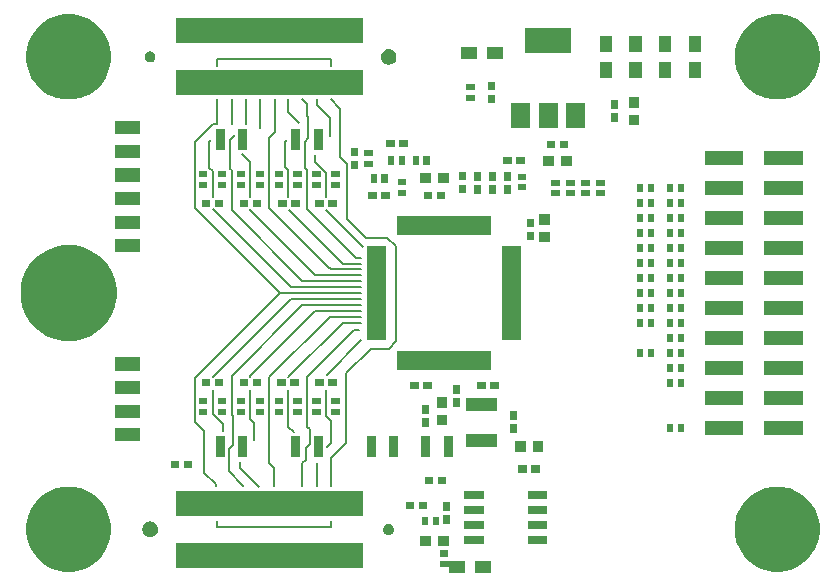
<source format=gts>
From e1753aa3e0994796d0db7c77f835b1439eb1f3e5 Mon Sep 17 00:00:00 2001
From: jaseg <git-bigdata-wsl-arch@jaseg.de>
Date: Wed, 17 Feb 2021 20:05:32 +0100
Subject: v0.3

---
 .../gerber.out/frontend_board-F.Mask.gts           | 2814 --------------------
 1 file changed, 2814 deletions(-)
 delete mode 100644 frontend_board/gerber.out/frontend_board-F.Mask.gts

(limited to 'frontend_board/gerber.out/frontend_board-F.Mask.gts')

diff --git a/frontend_board/gerber.out/frontend_board-F.Mask.gts b/frontend_board/gerber.out/frontend_board-F.Mask.gts
deleted file mode 100644
index 2a5d58d..0000000
--- a/frontend_board/gerber.out/frontend_board-F.Mask.gts
+++ /dev/null
@@ -1,2814 +0,0 @@
-G04 #@! TF.GenerationSoftware,KiCad,Pcbnew,(5.0.1)*
-G04 #@! TF.CreationDate,2018-11-27T11:23:15+09:00*
-G04 #@! TF.ProjectId,frontend_board,66726F6E74656E645F626F6172642E6B,rev?*
-G04 #@! TF.SameCoordinates,Original*
-G04 #@! TF.FileFunction,Soldermask,Top*
-G04 #@! TF.FilePolarity,Negative*
-%FSLAX46Y46*%
-G04 Gerber Fmt 4.6, Leading zero omitted, Abs format (unit mm)*
-G04 Created by KiCad (PCBNEW (5.0.1)) date Tue Nov 27 11:23:15 2018*
-%MOMM*%
-%LPD*%
-G01*
-G04 APERTURE LIST*
-%ADD10C,0.200000*%
-%ADD11C,0.100000*%
-G04 APERTURE END LIST*
-D10*
-X138600000Y-108600000D02*
-X138600000Y-108700000D01*
-X140200000Y-110300000D02*
-X138600000Y-108700000D01*
-X142000000Y-110300000D02*
-X140200000Y-110300000D01*
-X142700000Y-111000000D02*
-X142000000Y-110300000D01*
-X127200000Y-122100000D02*
-X127200000Y-122100000D01*
-X133800000Y-115500000D02*
-X127200000Y-122100000D01*
-X139800000Y-115500000D02*
-X133800000Y-115500000D01*
-X127600000Y-95200000D02*
-X127600000Y-95800000D01*
-X137200000Y-95200000D02*
-X127600000Y-95200000D01*
-X137200000Y-95700000D02*
-X137200000Y-95200000D01*
-X137200000Y-95800000D02*
-X137200000Y-95700000D01*
-X137200000Y-134300000D02*
-X137200000Y-134300000D01*
-X137200000Y-134800000D02*
-X137200000Y-134300000D01*
-X127600000Y-134800000D02*
-X137200000Y-134800000D01*
-X127600000Y-134300000D02*
-X127600000Y-134800000D01*
-X128100000Y-126700000D02*
-X128100000Y-126100000D01*
-X127200000Y-125200000D02*
-X128100000Y-126100000D01*
-X127200000Y-123200000D02*
-X127200000Y-125200000D01*
-X134100000Y-126800000D02*
-X133600000Y-126300000D01*
-X133600000Y-123200000D02*
-X133600000Y-126300000D01*
-X130400000Y-123200000D02*
-X130400000Y-123200000D01*
-X130400000Y-125600000D02*
-X130400000Y-123200000D01*
-X130400000Y-125700000D02*
-X130700000Y-126000000D01*
-X130700000Y-127400000D02*
-X130700000Y-126000000D01*
-X129500000Y-129300000D02*
-X129500000Y-129825000D01*
-X131100000Y-131450000D02*
-X129500000Y-129850000D01*
-X132400000Y-131300000D02*
-X132400000Y-131300000D01*
-X132400000Y-129800000D02*
-X132400000Y-131300000D01*
-X132000000Y-129400000D02*
-X132400000Y-129800000D01*
-X132000000Y-122100000D02*
-X132000000Y-129400000D01*
-X137100000Y-117000000D02*
-X132000000Y-122100000D01*
-X139800000Y-117000000D02*
-X137100000Y-117000000D01*
-X139800000Y-117500000D02*
-X138200000Y-117500000D01*
-X133600000Y-122100000D02*
-X138200000Y-117500000D01*
-X130400000Y-122100000D02*
-X130400000Y-122000000D01*
-X135900000Y-116500000D02*
-X130400000Y-122000000D01*
-X139800000Y-116500000D02*
-X135900000Y-116500000D01*
-X139800000Y-116000000D02*
-X134800000Y-116000000D01*
-X128800000Y-122000000D02*
-X134800000Y-116000000D01*
-X128800000Y-125300000D02*
-X128800000Y-122000000D01*
-X128900000Y-125400000D02*
-X128800000Y-125300000D01*
-X128900000Y-127900000D02*
-X128900000Y-125400000D01*
-X128600000Y-128200000D02*
-X128900000Y-127900000D01*
-X128600000Y-130100000D02*
-X128600000Y-128200000D01*
-X129800000Y-131300000D02*
-X128600000Y-130100000D01*
-X127500000Y-131300000D02*
-X127500000Y-131200000D01*
-X126500000Y-130200000D02*
-X127500000Y-131200000D01*
-X126500000Y-126700000D02*
-X126500000Y-130200000D01*
-X125700000Y-125900000D02*
-X126500000Y-126700000D01*
-X125700000Y-122200000D02*
-X125700000Y-125900000D01*
-X132900000Y-115000000D02*
-X125700000Y-122200000D01*
-X139800000Y-115000000D02*
-X139800000Y-115000000D01*
-X132900000Y-115000000D02*
-X139800000Y-115000000D01*
-X125700000Y-107800000D02*
-X132900000Y-115000000D01*
-X125700000Y-102200000D02*
-X125700000Y-107800000D01*
-X127200000Y-100700000D02*
-X125700000Y-102200000D01*
-X127600000Y-100700000D02*
-X127200000Y-100700000D01*
-X127200000Y-107900000D02*
-X127200000Y-107900000D01*
-X133800000Y-114500000D02*
-X127200000Y-107900000D01*
-X139800000Y-114500000D02*
-X133800000Y-114500000D01*
-X139100000Y-111800000D02*
-X139300000Y-112000000D01*
-X139800000Y-112000000D02*
-X139300000Y-112000000D01*
-X137000000Y-112800000D02*
-X137200000Y-113000000D01*
-X139800000Y-113000000D02*
-X137200000Y-113000000D01*
-X130400000Y-107900000D02*
-X130400000Y-108000000D01*
-X135900000Y-113500000D02*
-X130400000Y-108000000D01*
-X139800000Y-113500000D02*
-X135900000Y-113500000D01*
-X139800000Y-114000000D02*
-X134800000Y-114000000D01*
-X128800000Y-108000000D02*
-X134800000Y-114000000D01*
-X128800000Y-104600000D02*
-X128800000Y-108000000D01*
-X128700000Y-104500000D02*
-X128800000Y-104600000D01*
-X128700000Y-102000000D02*
-X128700000Y-104500000D01*
-X129100000Y-101600000D02*
-X128700000Y-102000000D01*
-X127100000Y-102000000D02*
-X126900000Y-102200000D01*
-X126900000Y-104400000D02*
-X126900000Y-102200000D01*
-X127200000Y-104700000D02*
-X126900000Y-104400000D01*
-X127200000Y-106900000D02*
-X127200000Y-104700000D01*
-X130400000Y-103900000D02*
-X130400000Y-106900000D01*
-X129700000Y-103200000D02*
-X130400000Y-103900000D01*
-X133600000Y-98600000D02*
-X133600000Y-98600000D01*
-X133600000Y-99700000D02*
-X133600000Y-98600000D01*
-X134500000Y-100600000D02*
-X133600000Y-99700000D01*
-X133500000Y-102000000D02*
-X133300000Y-102200000D01*
-X133300000Y-104300000D02*
-X133300000Y-102200000D01*
-X133600000Y-104600000D02*
-X133300000Y-104300000D01*
-X133600000Y-106900000D02*
-X133600000Y-104600000D01*
-X135900000Y-103300000D02*
-X135900000Y-103900000D01*
-X136800000Y-104800000D02*
-X135900000Y-103900000D01*
-X136800000Y-106900000D02*
-X136800000Y-104800000D01*
-X133700000Y-108000000D02*
-X133700000Y-108000000D01*
-X138200000Y-112500000D02*
-X133700000Y-108000000D01*
-X139800000Y-112500000D02*
-X138200000Y-112500000D01*
-X136800000Y-108000000D02*
-X136800000Y-108000000D01*
-X139900000Y-111100000D02*
-X136800000Y-108000000D01*
-X136900000Y-128000000D02*
-X137200000Y-127700000D01*
-X137200000Y-125800000D02*
-X137200000Y-127700000D01*
-X136800000Y-125400000D02*
-X137200000Y-125800000D01*
-X136800000Y-123200000D02*
-X136800000Y-125400000D01*
-X136900000Y-121900000D02*
-X136900000Y-121900000D01*
-X139800000Y-119000000D02*
-X136900000Y-121900000D01*
-X139600000Y-118100000D02*
-X139200000Y-118100000D01*
-X135200000Y-122100000D02*
-X139200000Y-118100000D01*
-X135200000Y-126300000D02*
-X135200000Y-122100000D01*
-X135400000Y-126500000D02*
-X135200000Y-126300000D01*
-X135400000Y-127800000D02*
-X135400000Y-126500000D01*
-X135100000Y-128100000D02*
-X135400000Y-127800000D01*
-X135100000Y-129100000D02*
-X135100000Y-128100000D01*
-X134800000Y-129400000D02*
-X135100000Y-129100000D01*
-X134800000Y-131300000D02*
-X134800000Y-129400000D01*
-X136000000Y-131300000D02*
-X136000000Y-129400000D01*
-X137200000Y-131300000D02*
-X137200000Y-131300000D01*
-X137200000Y-129000000D02*
-X137200000Y-131300000D01*
-X138500000Y-127700000D02*
-X137200000Y-129000000D01*
-X138500000Y-121800000D02*
-X138500000Y-127700000D01*
-X140600000Y-119700000D02*
-X138500000Y-121800000D01*
-X142100000Y-119700000D02*
-X140600000Y-119700000D01*
-X142700000Y-119100000D02*
-X142100000Y-119700000D01*
-X142700000Y-111000000D02*
-X142700000Y-119100000D01*
-X138600000Y-104100000D02*
-X138600000Y-108600000D01*
-X138000000Y-103500000D02*
-X138600000Y-104100000D01*
-X138000000Y-99400000D02*
-X138000000Y-103500000D01*
-X137200000Y-98600000D02*
-X138000000Y-99400000D01*
-X137100000Y-101700000D02*
-X137100000Y-100200000D01*
-X136000000Y-99100000D02*
-X137100000Y-100200000D01*
-X136000000Y-98600000D02*
-X136000000Y-99100000D01*
-X134800000Y-98600000D02*
-X135200000Y-99000000D01*
-X135200000Y-100000000D02*
-X135200000Y-99000000D01*
-X135300000Y-100100000D02*
-X135200000Y-100000000D01*
-X135300000Y-101900000D02*
-X135300000Y-100100000D01*
-X135000000Y-102200000D02*
-X135300000Y-101900000D01*
-X135000000Y-104400000D02*
-X135000000Y-102200000D01*
-X135200000Y-104600000D02*
-X135000000Y-104400000D01*
-X135200000Y-107900000D02*
-X135200000Y-104600000D01*
-X139100000Y-111800000D02*
-X135200000Y-107900000D01*
-X137000000Y-112800000D02*
-X137000000Y-112800000D01*
-X132000000Y-107800000D02*
-X137000000Y-112800000D01*
-X132000000Y-101900000D02*
-X132000000Y-107800000D01*
-X132500000Y-101400000D02*
-X132000000Y-101900000D01*
-X132500000Y-101000000D02*
-X132500000Y-101400000D01*
-X132500000Y-98600000D02*
-X132500000Y-101000000D01*
-X127600000Y-100700000D02*
-X127600000Y-98600000D01*
-X128800000Y-98600000D02*
-X128800000Y-100700000D01*
-X130000000Y-98600000D02*
-X130000000Y-100700000D01*
-X131200000Y-98600000D02*
-X131200000Y-101000000D01*
-D11*
-G36*
-X150768572Y-138735000D02*
-X149448572Y-138735000D01*
-X149448572Y-137715000D01*
-X150768572Y-137715000D01*
-X150768572Y-138735000D01*
-X150768572Y-138735000D01*
-G37*
-G36*
-X147215554Y-137693934D02*
-X147237165Y-137705485D01*
-X147260614Y-137712598D01*
-X147285000Y-137715000D01*
-X148568572Y-137715000D01*
-X148568572Y-138735000D01*
-X147248572Y-138735000D01*
-X147248572Y-138335000D01*
-X147246170Y-138310614D01*
-X147239057Y-138287165D01*
-X147227506Y-138265554D01*
-X147211960Y-138246612D01*
-X147193018Y-138231066D01*
-X147171407Y-138219515D01*
-X147147958Y-138212402D01*
-X147123572Y-138210000D01*
-X146440000Y-138210000D01*
-X146440000Y-137690000D01*
-X147210761Y-137690000D01*
-X147215554Y-137693934D01*
-X147215554Y-137693934D01*
-G37*
-G36*
-X176050079Y-131538345D02*
-X176050082Y-131538346D01*
-X176050081Y-131538346D01*
-X176705240Y-131809721D01*
-X177292205Y-132201919D01*
-X177294869Y-132203699D01*
-X177796301Y-132705131D01*
-X177796303Y-132705134D01*
-X178190279Y-133294760D01*
-X178368490Y-133725000D01*
-X178461655Y-133949921D01*
-X178600000Y-134645429D01*
-X178600000Y-135354571D01*
-X178461655Y-136050079D01*
-X178461654Y-136050081D01*
-X178190279Y-136705240D01*
-X177798081Y-137292205D01*
-X177796301Y-137294869D01*
-X177294869Y-137796301D01*
-X177294866Y-137796303D01*
-X176705240Y-138190279D01*
-X176146026Y-138421912D01*
-X176050079Y-138461655D01*
-X175354571Y-138600000D01*
-X174645429Y-138600000D01*
-X173949921Y-138461655D01*
-X173853974Y-138421912D01*
-X173294760Y-138190279D01*
-X172705134Y-137796303D01*
-X172705131Y-137796301D01*
-X172203699Y-137294869D01*
-X172201919Y-137292205D01*
-X171809721Y-136705240D01*
-X171538346Y-136050081D01*
-X171538345Y-136050079D01*
-X171400000Y-135354571D01*
-X171400000Y-134645429D01*
-X171538345Y-133949921D01*
-X171631510Y-133725000D01*
-X171809721Y-133294760D01*
-X172203697Y-132705134D01*
-X172203699Y-132705131D01*
-X172705131Y-132203699D01*
-X172707795Y-132201919D01*
-X173294760Y-131809721D01*
-X173949919Y-131538346D01*
-X173949918Y-131538346D01*
-X173949921Y-131538345D01*
-X174645429Y-131400000D01*
-X175354571Y-131400000D01*
-X176050079Y-131538345D01*
-X176050079Y-131538345D01*
-G37*
-G36*
-X116050079Y-131538345D02*
-X116050082Y-131538346D01*
-X116050081Y-131538346D01*
-X116705240Y-131809721D01*
-X117292205Y-132201919D01*
-X117294869Y-132203699D01*
-X117796301Y-132705131D01*
-X117796303Y-132705134D01*
-X118190279Y-133294760D01*
-X118368490Y-133725000D01*
-X118461655Y-133949921D01*
-X118600000Y-134645429D01*
-X118600000Y-135354571D01*
-X118461655Y-136050079D01*
-X118461654Y-136050081D01*
-X118190279Y-136705240D01*
-X117798081Y-137292205D01*
-X117796301Y-137294869D01*
-X117294869Y-137796301D01*
-X117294866Y-137796303D01*
-X116705240Y-138190279D01*
-X116146026Y-138421912D01*
-X116050079Y-138461655D01*
-X115354571Y-138600000D01*
-X114645429Y-138600000D01*
-X113949921Y-138461655D01*
-X113853974Y-138421912D01*
-X113294760Y-138190279D01*
-X112705134Y-137796303D01*
-X112705131Y-137796301D01*
-X112203699Y-137294869D01*
-X112201919Y-137292205D01*
-X111809721Y-136705240D01*
-X111538346Y-136050081D01*
-X111538345Y-136050079D01*
-X111400000Y-135354571D01*
-X111400000Y-134645429D01*
-X111538345Y-133949921D01*
-X111631510Y-133725000D01*
-X111809721Y-133294760D01*
-X112203697Y-132705134D01*
-X112203699Y-132705131D01*
-X112705131Y-132203699D01*
-X112707795Y-132201919D01*
-X113294760Y-131809721D01*
-X113949919Y-131538346D01*
-X113949918Y-131538346D01*
-X113949921Y-131538345D01*
-X114645429Y-131400000D01*
-X115354571Y-131400000D01*
-X116050079Y-131538345D01*
-X116050079Y-131538345D01*
-G37*
-G36*
-X139910000Y-138260000D02*
-X124090000Y-138260000D01*
-X124090000Y-136140000D01*
-X139910000Y-136140000D01*
-X139910000Y-138260000D01*
-X139910000Y-138260000D01*
-G37*
-G36*
-X147160000Y-137310000D02*
-X146440000Y-137310000D01*
-X146440000Y-136790000D01*
-X147160000Y-136790000D01*
-X147160000Y-137310000D01*
-X147160000Y-137310000D01*
-G37*
-G36*
-X145710000Y-136435000D02*
-X144790000Y-136435000D01*
-X144790000Y-135565000D01*
-X145710000Y-135565000D01*
-X145710000Y-136435000D01*
-X145710000Y-136435000D01*
-G37*
-G36*
-X147210000Y-136435000D02*
-X146290000Y-136435000D01*
-X146290000Y-135565000D01*
-X147210000Y-135565000D01*
-X147210000Y-136435000D01*
-X147210000Y-136435000D01*
-G37*
-G36*
-X150135000Y-136265000D02*
-X148465000Y-136265000D01*
-X148465000Y-135545000D01*
-X150135000Y-135545000D01*
-X150135000Y-136265000D01*
-X150135000Y-136265000D01*
-G37*
-G36*
-X155535000Y-136265000D02*
-X153865000Y-136265000D01*
-X153865000Y-135545000D01*
-X155535000Y-135545000D01*
-X155535000Y-136265000D01*
-X155535000Y-136265000D01*
-G37*
-G36*
-X122092514Y-134365363D02*
-X122212627Y-134415116D01*
-X122320726Y-134487345D01*
-X122412655Y-134579274D01*
-X122484884Y-134687373D01*
-X122534637Y-134807486D01*
-X122560000Y-134934994D01*
-X122560000Y-135065006D01*
-X122534637Y-135192514D01*
-X122484884Y-135312627D01*
-X122412655Y-135420726D01*
-X122320726Y-135512655D01*
-X122212627Y-135584884D01*
-X122092514Y-135634637D01*
-X121965006Y-135660000D01*
-X121834994Y-135660000D01*
-X121707486Y-135634637D01*
-X121587373Y-135584884D01*
-X121479274Y-135512655D01*
-X121387345Y-135420726D01*
-X121315116Y-135312627D01*
-X121265363Y-135192514D01*
-X121240000Y-135065006D01*
-X121240000Y-134934994D01*
-X121265363Y-134807486D01*
-X121315116Y-134687373D01*
-X121387345Y-134579274D01*
-X121479274Y-134487345D01*
-X121587373Y-134415116D01*
-X121707486Y-134365363D01*
-X121834994Y-134340000D01*
-X121965006Y-134340000D01*
-X122092514Y-134365363D01*
-X122092514Y-134365363D01*
-G37*
-G36*
-X142234177Y-134557677D02*
-X142317892Y-134592352D01*
-X142393236Y-134642696D01*
-X142457304Y-134706764D01*
-X142507648Y-134782108D01*
-X142542323Y-134865823D01*
-X142560000Y-134954692D01*
-X142560000Y-135045308D01*
-X142542323Y-135134177D01*
-X142507648Y-135217892D01*
-X142457304Y-135293236D01*
-X142393236Y-135357304D01*
-X142317892Y-135407648D01*
-X142234177Y-135442323D01*
-X142145308Y-135460000D01*
-X142054692Y-135460000D01*
-X141965823Y-135442323D01*
-X141882108Y-135407648D01*
-X141806764Y-135357304D01*
-X141742696Y-135293236D01*
-X141692352Y-135217892D01*
-X141657677Y-135134177D01*
-X141640000Y-135045308D01*
-X141640000Y-134954692D01*
-X141657677Y-134865823D01*
-X141692352Y-134782108D01*
-X141742696Y-134706764D01*
-X141806764Y-134642696D01*
-X141882108Y-134592352D01*
-X141965823Y-134557677D01*
-X142054692Y-134540000D01*
-X142145308Y-134540000D01*
-X142234177Y-134557677D01*
-X142234177Y-134557677D01*
-G37*
-G36*
-X155535000Y-134995000D02*
-X153865000Y-134995000D01*
-X153865000Y-134275000D01*
-X155535000Y-134275000D01*
-X155535000Y-134995000D01*
-X155535000Y-134995000D01*
-G37*
-G36*
-X150135000Y-134995000D02*
-X148465000Y-134995000D01*
-X148465000Y-134275000D01*
-X150135000Y-134275000D01*
-X150135000Y-134995000D01*
-X150135000Y-134995000D01*
-G37*
-G36*
-X146353200Y-134661000D02*
-X145833200Y-134661000D01*
-X145833200Y-133941000D01*
-X146353200Y-133941000D01*
-X146353200Y-134661000D01*
-X146353200Y-134661000D01*
-G37*
-G36*
-X145453200Y-134661000D02*
-X144933200Y-134661000D01*
-X144933200Y-133941000D01*
-X145453200Y-133941000D01*
-X145453200Y-134661000D01*
-X145453200Y-134661000D01*
-G37*
-G36*
-X147310000Y-134550600D02*
-X146690000Y-134550600D01*
-X146690000Y-133830600D01*
-X147310000Y-133830600D01*
-X147310000Y-134550600D01*
-X147310000Y-134550600D01*
-G37*
-G36*
-X139910000Y-133860000D02*
-X124090000Y-133860000D01*
-X124090000Y-131740000D01*
-X139910000Y-131740000D01*
-X139910000Y-133860000D01*
-X139910000Y-133860000D01*
-G37*
-G36*
-X155535000Y-133725000D02*
-X153865000Y-133725000D01*
-X153865000Y-133005000D01*
-X155535000Y-133005000D01*
-X155535000Y-133725000D01*
-X155535000Y-133725000D01*
-G37*
-G36*
-X150135000Y-133725000D02*
-X148465000Y-133725000D01*
-X148465000Y-133005000D01*
-X150135000Y-133005000D01*
-X150135000Y-133725000D01*
-X150135000Y-133725000D01*
-G37*
-G36*
-X147310000Y-133450600D02*
-X146690000Y-133450600D01*
-X146690000Y-132730600D01*
-X147310000Y-132730600D01*
-X147310000Y-133450600D01*
-X147310000Y-133450600D01*
-G37*
-G36*
-X145360000Y-133310000D02*
-X144640000Y-133310000D01*
-X144640000Y-132690000D01*
-X145360000Y-132690000D01*
-X145360000Y-133310000D01*
-X145360000Y-133310000D01*
-G37*
-G36*
-X144260000Y-133310000D02*
-X143540000Y-133310000D01*
-X143540000Y-132690000D01*
-X144260000Y-132690000D01*
-X144260000Y-133310000D01*
-X144260000Y-133310000D01*
-G37*
-G36*
-X155535000Y-132455000D02*
-X153865000Y-132455000D01*
-X153865000Y-131735000D01*
-X155535000Y-131735000D01*
-X155535000Y-132455000D01*
-X155535000Y-132455000D01*
-G37*
-G36*
-X150135000Y-132455000D02*
-X148465000Y-132455000D01*
-X148465000Y-131735000D01*
-X150135000Y-131735000D01*
-X150135000Y-132455000D01*
-X150135000Y-132455000D01*
-G37*
-G36*
-X146960000Y-131160000D02*
-X146240000Y-131160000D01*
-X146240000Y-130540000D01*
-X146960000Y-130540000D01*
-X146960000Y-131160000D01*
-X146960000Y-131160000D01*
-G37*
-G36*
-X145860000Y-131160000D02*
-X145140000Y-131160000D01*
-X145140000Y-130540000D01*
-X145860000Y-130540000D01*
-X145860000Y-131160000D01*
-X145860000Y-131160000D01*
-G37*
-G36*
-X154910000Y-130210000D02*
-X154190000Y-130210000D01*
-X154190000Y-129590000D01*
-X154910000Y-129590000D01*
-X154910000Y-130210000D01*
-X154910000Y-130210000D01*
-G37*
-G36*
-X153810000Y-130210000D02*
-X153090000Y-130210000D01*
-X153090000Y-129590000D01*
-X153810000Y-129590000D01*
-X153810000Y-130210000D01*
-X153810000Y-130210000D01*
-G37*
-G36*
-X125460000Y-129810000D02*
-X124740000Y-129810000D01*
-X124740000Y-129190000D01*
-X125460000Y-129190000D01*
-X125460000Y-129810000D01*
-X125460000Y-129810000D01*
-G37*
-G36*
-X124360000Y-129810000D02*
-X123640000Y-129810000D01*
-X123640000Y-129190000D01*
-X124360000Y-129190000D01*
-X124360000Y-129810000D01*
-X124360000Y-129810000D01*
-G37*
-G36*
-X142935000Y-128910000D02*
-X142165000Y-128910000D01*
-X142165000Y-127090000D01*
-X142935000Y-127090000D01*
-X142935000Y-128910000D01*
-X142935000Y-128910000D01*
-G37*
-G36*
-X141035000Y-128910000D02*
-X140265000Y-128910000D01*
-X140265000Y-127090000D01*
-X141035000Y-127090000D01*
-X141035000Y-128910000D01*
-X141035000Y-128910000D01*
-G37*
-G36*
-X147535000Y-128910000D02*
-X146765000Y-128910000D01*
-X146765000Y-127090000D01*
-X147535000Y-127090000D01*
-X147535000Y-128910000D01*
-X147535000Y-128910000D01*
-G37*
-G36*
-X134635000Y-128910000D02*
-X133865000Y-128910000D01*
-X133865000Y-127090000D01*
-X134635000Y-127090000D01*
-X134635000Y-128910000D01*
-X134635000Y-128910000D01*
-G37*
-G36*
-X128235000Y-128910000D02*
-X127465000Y-128910000D01*
-X127465000Y-127090000D01*
-X128235000Y-127090000D01*
-X128235000Y-128910000D01*
-X128235000Y-128910000D01*
-G37*
-G36*
-X130135000Y-128910000D02*
-X129365000Y-128910000D01*
-X129365000Y-127090000D01*
-X130135000Y-127090000D01*
-X130135000Y-128910000D01*
-X130135000Y-128910000D01*
-G37*
-G36*
-X145635000Y-128910000D02*
-X144865000Y-128910000D01*
-X144865000Y-127090000D01*
-X145635000Y-127090000D01*
-X145635000Y-128910000D01*
-X145635000Y-128910000D01*
-G37*
-G36*
-X136535000Y-128910000D02*
-X135765000Y-128910000D01*
-X135765000Y-127090000D01*
-X136535000Y-127090000D01*
-X136535000Y-128910000D01*
-X136535000Y-128910000D01*
-G37*
-G36*
-X155210000Y-128435000D02*
-X154290000Y-128435000D01*
-X154290000Y-127565000D01*
-X155210000Y-127565000D01*
-X155210000Y-128435000D01*
-X155210000Y-128435000D01*
-G37*
-G36*
-X153710000Y-128435000D02*
-X152790000Y-128435000D01*
-X152790000Y-127565000D01*
-X153710000Y-127565000D01*
-X153710000Y-128435000D01*
-X153710000Y-128435000D01*
-G37*
-G36*
-X151271600Y-128018600D02*
-X148651600Y-128018600D01*
-X148651600Y-126898600D01*
-X151271600Y-126898600D01*
-X151271600Y-128018600D01*
-X151271600Y-128018600D01*
-G37*
-G36*
-X121060000Y-127560000D02*
-X118940000Y-127560000D01*
-X118940000Y-126440000D01*
-X121060000Y-126440000D01*
-X121060000Y-127560000D01*
-X121060000Y-127560000D01*
-G37*
-G36*
-X177185000Y-126990000D02*
-X173915000Y-126990000D01*
-X173915000Y-125870000D01*
-X177185000Y-125870000D01*
-X177185000Y-126990000D01*
-X177185000Y-126990000D01*
-G37*
-G36*
-X172135000Y-126990000D02*
-X168865000Y-126990000D01*
-X168865000Y-125870000D01*
-X172135000Y-125870000D01*
-X172135000Y-126990000D01*
-X172135000Y-126990000D01*
-G37*
-G36*
-X152964000Y-126809000D02*
-X152344000Y-126809000D01*
-X152344000Y-126089000D01*
-X152964000Y-126089000D01*
-X152964000Y-126809000D01*
-X152964000Y-126809000D01*
-G37*
-G36*
-X167080000Y-126790000D02*
-X166560000Y-126790000D01*
-X166560000Y-126070000D01*
-X167080000Y-126070000D01*
-X167080000Y-126790000D01*
-X167080000Y-126790000D01*
-G37*
-G36*
-X166180000Y-126790000D02*
-X165660000Y-126790000D01*
-X165660000Y-126070000D01*
-X166180000Y-126070000D01*
-X166180000Y-126790000D01*
-X166180000Y-126790000D01*
-G37*
-G36*
-X145510000Y-126310000D02*
-X144890000Y-126310000D01*
-X144890000Y-125590000D01*
-X145510000Y-125590000D01*
-X145510000Y-126310000D01*
-X145510000Y-126310000D01*
-G37*
-G36*
-X147035000Y-126210000D02*
-X146165000Y-126210000D01*
-X146165000Y-125290000D01*
-X147035000Y-125290000D01*
-X147035000Y-126210000D01*
-X147035000Y-126210000D01*
-G37*
-G36*
-X152964000Y-125709000D02*
-X152344000Y-125709000D01*
-X152344000Y-124989000D01*
-X152964000Y-124989000D01*
-X152964000Y-125709000D01*
-X152964000Y-125709000D01*
-G37*
-G36*
-X121060000Y-125560000D02*
-X118940000Y-125560000D01*
-X118940000Y-124440000D01*
-X121060000Y-124440000D01*
-X121060000Y-125560000D01*
-X121060000Y-125560000D01*
-G37*
-G36*
-X133160000Y-125310000D02*
-X132440000Y-125310000D01*
-X132440000Y-124790000D01*
-X133160000Y-124790000D01*
-X133160000Y-125310000D01*
-X133160000Y-125310000D01*
-G37*
-G36*
-X131560000Y-125310000D02*
-X130840000Y-125310000D01*
-X130840000Y-124790000D01*
-X131560000Y-124790000D01*
-X131560000Y-125310000D01*
-X131560000Y-125310000D01*
-G37*
-G36*
-X126760000Y-125310000D02*
-X126040000Y-125310000D01*
-X126040000Y-124790000D01*
-X126760000Y-124790000D01*
-X126760000Y-125310000D01*
-X126760000Y-125310000D01*
-G37*
-G36*
-X128360000Y-125310000D02*
-X127640000Y-125310000D01*
-X127640000Y-124790000D01*
-X128360000Y-124790000D01*
-X128360000Y-125310000D01*
-X128360000Y-125310000D01*
-G37*
-G36*
-X137960000Y-125310000D02*
-X137240000Y-125310000D01*
-X137240000Y-124790000D01*
-X137960000Y-124790000D01*
-X137960000Y-125310000D01*
-X137960000Y-125310000D01*
-G37*
-G36*
-X129960000Y-125310000D02*
-X129240000Y-125310000D01*
-X129240000Y-124790000D01*
-X129960000Y-124790000D01*
-X129960000Y-125310000D01*
-X129960000Y-125310000D01*
-G37*
-G36*
-X136360000Y-125310000D02*
-X135640000Y-125310000D01*
-X135640000Y-124790000D01*
-X136360000Y-124790000D01*
-X136360000Y-125310000D01*
-X136360000Y-125310000D01*
-G37*
-G36*
-X134760000Y-125310000D02*
-X134040000Y-125310000D01*
-X134040000Y-124790000D01*
-X134760000Y-124790000D01*
-X134760000Y-125310000D01*
-X134760000Y-125310000D01*
-G37*
-G36*
-X145510000Y-125210000D02*
-X144890000Y-125210000D01*
-X144890000Y-124490000D01*
-X145510000Y-124490000D01*
-X145510000Y-125210000D01*
-X145510000Y-125210000D01*
-G37*
-G36*
-X151271600Y-125018600D02*
-X148651600Y-125018600D01*
-X148651600Y-123898600D01*
-X151271600Y-123898600D01*
-X151271600Y-125018600D01*
-X151271600Y-125018600D01*
-G37*
-G36*
-X147035000Y-124710000D02*
-X146165000Y-124710000D01*
-X146165000Y-123790000D01*
-X147035000Y-123790000D01*
-X147035000Y-124710000D01*
-X147035000Y-124710000D01*
-G37*
-G36*
-X148138000Y-124608000D02*
-X147518000Y-124608000D01*
-X147518000Y-123888000D01*
-X148138000Y-123888000D01*
-X148138000Y-124608000D01*
-X148138000Y-124608000D01*
-G37*
-G36*
-X177185000Y-124450000D02*
-X173915000Y-124450000D01*
-X173915000Y-123330000D01*
-X177185000Y-123330000D01*
-X177185000Y-124450000D01*
-X177185000Y-124450000D01*
-G37*
-G36*
-X172135000Y-124450000D02*
-X168865000Y-124450000D01*
-X168865000Y-123330000D01*
-X172135000Y-123330000D01*
-X172135000Y-124450000D01*
-X172135000Y-124450000D01*
-G37*
-G36*
-X137960000Y-124410000D02*
-X137240000Y-124410000D01*
-X137240000Y-123890000D01*
-X137960000Y-123890000D01*
-X137960000Y-124410000D01*
-X137960000Y-124410000D01*
-G37*
-G36*
-X136360000Y-124410000D02*
-X135640000Y-124410000D01*
-X135640000Y-123890000D01*
-X136360000Y-123890000D01*
-X136360000Y-124410000D01*
-X136360000Y-124410000D01*
-G37*
-G36*
-X133160000Y-124410000D02*
-X132440000Y-124410000D01*
-X132440000Y-123890000D01*
-X133160000Y-123890000D01*
-X133160000Y-124410000D01*
-X133160000Y-124410000D01*
-G37*
-G36*
-X129960000Y-124410000D02*
-X129240000Y-124410000D01*
-X129240000Y-123890000D01*
-X129960000Y-123890000D01*
-X129960000Y-124410000D01*
-X129960000Y-124410000D01*
-G37*
-G36*
-X128360000Y-124410000D02*
-X127640000Y-124410000D01*
-X127640000Y-123890000D01*
-X128360000Y-123890000D01*
-X128360000Y-124410000D01*
-X128360000Y-124410000D01*
-G37*
-G36*
-X131560000Y-124410000D02*
-X130840000Y-124410000D01*
-X130840000Y-123890000D01*
-X131560000Y-123890000D01*
-X131560000Y-124410000D01*
-X131560000Y-124410000D01*
-G37*
-G36*
-X134760000Y-124410000D02*
-X134040000Y-124410000D01*
-X134040000Y-123890000D01*
-X134760000Y-123890000D01*
-X134760000Y-124410000D01*
-X134760000Y-124410000D01*
-G37*
-G36*
-X126760000Y-124410000D02*
-X126040000Y-124410000D01*
-X126040000Y-123890000D01*
-X126760000Y-123890000D01*
-X126760000Y-124410000D01*
-X126760000Y-124410000D01*
-G37*
-G36*
-X121060000Y-123560000D02*
-X118940000Y-123560000D01*
-X118940000Y-122440000D01*
-X121060000Y-122440000D01*
-X121060000Y-123560000D01*
-X121060000Y-123560000D01*
-G37*
-G36*
-X148138000Y-123508000D02*
-X147518000Y-123508000D01*
-X147518000Y-122788000D01*
-X148138000Y-122788000D01*
-X148138000Y-123508000D01*
-X148138000Y-123508000D01*
-G37*
-G36*
-X151421600Y-123144400D02*
-X150701600Y-123144400D01*
-X150701600Y-122524400D01*
-X151421600Y-122524400D01*
-X151421600Y-123144400D01*
-X151421600Y-123144400D01*
-G37*
-G36*
-X150321600Y-123144400D02*
-X149601600Y-123144400D01*
-X149601600Y-122524400D01*
-X150321600Y-122524400D01*
-X150321600Y-123144400D01*
-X150321600Y-123144400D01*
-G37*
-G36*
-X145760000Y-123110000D02*
-X145040000Y-123110000D01*
-X145040000Y-122490000D01*
-X145760000Y-122490000D01*
-X145760000Y-123110000D01*
-X145760000Y-123110000D01*
-G37*
-G36*
-X144660000Y-123110000D02*
-X143940000Y-123110000D01*
-X143940000Y-122490000D01*
-X144660000Y-122490000D01*
-X144660000Y-123110000D01*
-X144660000Y-123110000D01*
-G37*
-G36*
-X167080000Y-122980000D02*
-X166560000Y-122980000D01*
-X166560000Y-122260000D01*
-X167080000Y-122260000D01*
-X167080000Y-122980000D01*
-X167080000Y-122980000D01*
-G37*
-G36*
-X166180000Y-122980000D02*
-X165660000Y-122980000D01*
-X165660000Y-122260000D01*
-X166180000Y-122260000D01*
-X166180000Y-122980000D01*
-X166180000Y-122980000D01*
-G37*
-G36*
-X137710000Y-122910000D02*
-X136990000Y-122910000D01*
-X136990000Y-122290000D01*
-X137710000Y-122290000D01*
-X137710000Y-122910000D01*
-X137710000Y-122910000D01*
-G37*
-G36*
-X134510000Y-122910000D02*
-X133790000Y-122910000D01*
-X133790000Y-122290000D01*
-X134510000Y-122290000D01*
-X134510000Y-122910000D01*
-X134510000Y-122910000D01*
-G37*
-G36*
-X130210000Y-122910000D02*
-X129490000Y-122910000D01*
-X129490000Y-122290000D01*
-X130210000Y-122290000D01*
-X130210000Y-122910000D01*
-X130210000Y-122910000D01*
-G37*
-G36*
-X136610000Y-122910000D02*
-X135890000Y-122910000D01*
-X135890000Y-122290000D01*
-X136610000Y-122290000D01*
-X136610000Y-122910000D01*
-X136610000Y-122910000D01*
-G37*
-G36*
-X127010000Y-122910000D02*
-X126290000Y-122910000D01*
-X126290000Y-122290000D01*
-X127010000Y-122290000D01*
-X127010000Y-122910000D01*
-X127010000Y-122910000D01*
-G37*
-G36*
-X128110000Y-122910000D02*
-X127390000Y-122910000D01*
-X127390000Y-122290000D01*
-X128110000Y-122290000D01*
-X128110000Y-122910000D01*
-X128110000Y-122910000D01*
-G37*
-G36*
-X133410000Y-122910000D02*
-X132690000Y-122910000D01*
-X132690000Y-122290000D01*
-X133410000Y-122290000D01*
-X133410000Y-122910000D01*
-X133410000Y-122910000D01*
-G37*
-G36*
-X131310000Y-122910000D02*
-X130590000Y-122910000D01*
-X130590000Y-122290000D01*
-X131310000Y-122290000D01*
-X131310000Y-122910000D01*
-X131310000Y-122910000D01*
-G37*
-G36*
-X177185000Y-121910000D02*
-X173915000Y-121910000D01*
-X173915000Y-120790000D01*
-X177185000Y-120790000D01*
-X177185000Y-121910000D01*
-X177185000Y-121910000D01*
-G37*
-G36*
-X172135000Y-121910000D02*
-X168865000Y-121910000D01*
-X168865000Y-120790000D01*
-X172135000Y-120790000D01*
-X172135000Y-121910000D01*
-X172135000Y-121910000D01*
-G37*
-G36*
-X167080000Y-121710000D02*
-X166560000Y-121710000D01*
-X166560000Y-120990000D01*
-X167080000Y-120990000D01*
-X167080000Y-121710000D01*
-X167080000Y-121710000D01*
-G37*
-G36*
-X166180000Y-121710000D02*
-X165660000Y-121710000D01*
-X165660000Y-120990000D01*
-X166180000Y-120990000D01*
-X166180000Y-121710000D01*
-X166180000Y-121710000D01*
-G37*
-G36*
-X121060000Y-121560000D02*
-X118940000Y-121560000D01*
-X118940000Y-120440000D01*
-X121060000Y-120440000D01*
-X121060000Y-121560000D01*
-X121060000Y-121560000D01*
-G37*
-G36*
-X150760000Y-121510000D02*
-X142840000Y-121510000D01*
-X142840000Y-119890000D01*
-X150760000Y-119890000D01*
-X150760000Y-121510000D01*
-X150760000Y-121510000D01*
-G37*
-G36*
-X163640000Y-120440000D02*
-X163120000Y-120440000D01*
-X163120000Y-119720000D01*
-X163640000Y-119720000D01*
-X163640000Y-120440000D01*
-X163640000Y-120440000D01*
-G37*
-G36*
-X167080000Y-120440000D02*
-X166560000Y-120440000D01*
-X166560000Y-119720000D01*
-X167080000Y-119720000D01*
-X167080000Y-120440000D01*
-X167080000Y-120440000D01*
-G37*
-G36*
-X166180000Y-120440000D02*
-X165660000Y-120440000D01*
-X165660000Y-119720000D01*
-X166180000Y-119720000D01*
-X166180000Y-120440000D01*
-X166180000Y-120440000D01*
-G37*
-G36*
-X164540000Y-120440000D02*
-X164020000Y-120440000D01*
-X164020000Y-119720000D01*
-X164540000Y-119720000D01*
-X164540000Y-120440000D01*
-X164540000Y-120440000D01*
-G37*
-G36*
-X172135000Y-119370000D02*
-X168865000Y-119370000D01*
-X168865000Y-118250000D01*
-X172135000Y-118250000D01*
-X172135000Y-119370000D01*
-X172135000Y-119370000D01*
-G37*
-G36*
-X177185000Y-119370000D02*
-X173915000Y-119370000D01*
-X173915000Y-118250000D01*
-X177185000Y-118250000D01*
-X177185000Y-119370000D01*
-X177185000Y-119370000D01*
-G37*
-G36*
-X166180000Y-119170000D02*
-X165660000Y-119170000D01*
-X165660000Y-118450000D01*
-X166180000Y-118450000D01*
-X166180000Y-119170000D01*
-X166180000Y-119170000D01*
-G37*
-G36*
-X167080000Y-119170000D02*
-X166560000Y-119170000D01*
-X166560000Y-118450000D01*
-X167080000Y-118450000D01*
-X167080000Y-119170000D01*
-X167080000Y-119170000D01*
-G37*
-G36*
-X115511494Y-110962202D02*
-X116184258Y-111096023D01*
-X116923131Y-111402074D01*
-X117588099Y-111846392D01*
-X118153608Y-112411901D01*
-X118597926Y-113076869D01*
-X118903977Y-113815742D01*
-X118998312Y-114290000D01*
-X119060000Y-114600124D01*
-X119060000Y-115399876D01*
-X119041993Y-115490401D01*
-X118903977Y-116184258D01*
-X118597926Y-116923131D01*
-X118153608Y-117588099D01*
-X117588099Y-118153608D01*
-X116923131Y-118597926D01*
-X116184258Y-118903977D01*
-X115511494Y-119037798D01*
-X115399876Y-119060000D01*
-X114600124Y-119060000D01*
-X114488506Y-119037798D01*
-X113815742Y-118903977D01*
-X113076869Y-118597926D01*
-X112411901Y-118153608D01*
-X111846392Y-117588099D01*
-X111402074Y-116923131D01*
-X111096023Y-116184258D01*
-X110958007Y-115490401D01*
-X110940000Y-115399876D01*
-X110940000Y-114600124D01*
-X111001688Y-114290000D01*
-X111096023Y-113815742D01*
-X111402074Y-113076869D01*
-X111846392Y-112411901D01*
-X112411901Y-111846392D01*
-X113076869Y-111402074D01*
-X113815742Y-111096023D01*
-X114488506Y-110962202D01*
-X114600124Y-110940000D01*
-X115399876Y-110940000D01*
-X115511494Y-110962202D01*
-X115511494Y-110962202D01*
-G37*
-G36*
-X153310000Y-118960000D02*
-X151690000Y-118960000D01*
-X151690000Y-111040000D01*
-X153310000Y-111040000D01*
-X153310000Y-118960000D01*
-X153310000Y-118960000D01*
-G37*
-G36*
-X141910000Y-118960000D02*
-X140290000Y-118960000D01*
-X140290000Y-111040000D01*
-X141910000Y-111040000D01*
-X141910000Y-118960000D01*
-X141910000Y-118960000D01*
-G37*
-G36*
-X167080000Y-117900000D02*
-X166560000Y-117900000D01*
-X166560000Y-117180000D01*
-X167080000Y-117180000D01*
-X167080000Y-117900000D01*
-X167080000Y-117900000D01*
-G37*
-G36*
-X166180000Y-117900000D02*
-X165660000Y-117900000D01*
-X165660000Y-117180000D01*
-X166180000Y-117180000D01*
-X166180000Y-117900000D01*
-X166180000Y-117900000D01*
-G37*
-G36*
-X164540000Y-117900000D02*
-X164020000Y-117900000D01*
-X164020000Y-117180000D01*
-X164540000Y-117180000D01*
-X164540000Y-117900000D01*
-X164540000Y-117900000D01*
-G37*
-G36*
-X163640000Y-117900000D02*
-X163120000Y-117900000D01*
-X163120000Y-117180000D01*
-X163640000Y-117180000D01*
-X163640000Y-117900000D01*
-X163640000Y-117900000D01*
-G37*
-G36*
-X177185000Y-116830000D02*
-X173915000Y-116830000D01*
-X173915000Y-115710000D01*
-X177185000Y-115710000D01*
-X177185000Y-116830000D01*
-X177185000Y-116830000D01*
-G37*
-G36*
-X172135000Y-116830000D02*
-X168865000Y-116830000D01*
-X168865000Y-115710000D01*
-X172135000Y-115710000D01*
-X172135000Y-116830000D01*
-X172135000Y-116830000D01*
-G37*
-G36*
-X164540000Y-116630000D02*
-X164020000Y-116630000D01*
-X164020000Y-115910000D01*
-X164540000Y-115910000D01*
-X164540000Y-116630000D01*
-X164540000Y-116630000D01*
-G37*
-G36*
-X166180000Y-116630000D02*
-X165660000Y-116630000D01*
-X165660000Y-115910000D01*
-X166180000Y-115910000D01*
-X166180000Y-116630000D01*
-X166180000Y-116630000D01*
-G37*
-G36*
-X163640000Y-116630000D02*
-X163120000Y-116630000D01*
-X163120000Y-115910000D01*
-X163640000Y-115910000D01*
-X163640000Y-116630000D01*
-X163640000Y-116630000D01*
-G37*
-G36*
-X167080000Y-116630000D02*
-X166560000Y-116630000D01*
-X166560000Y-115910000D01*
-X167080000Y-115910000D01*
-X167080000Y-116630000D01*
-X167080000Y-116630000D01*
-G37*
-G36*
-X167080000Y-115360000D02*
-X166560000Y-115360000D01*
-X166560000Y-114640000D01*
-X167080000Y-114640000D01*
-X167080000Y-115360000D01*
-X167080000Y-115360000D01*
-G37*
-G36*
-X163640000Y-115360000D02*
-X163120000Y-115360000D01*
-X163120000Y-114640000D01*
-X163640000Y-114640000D01*
-X163640000Y-115360000D01*
-X163640000Y-115360000D01*
-G37*
-G36*
-X164540000Y-115360000D02*
-X164020000Y-115360000D01*
-X164020000Y-114640000D01*
-X164540000Y-114640000D01*
-X164540000Y-115360000D01*
-X164540000Y-115360000D01*
-G37*
-G36*
-X166180000Y-115360000D02*
-X165660000Y-115360000D01*
-X165660000Y-114640000D01*
-X166180000Y-114640000D01*
-X166180000Y-115360000D01*
-X166180000Y-115360000D01*
-G37*
-G36*
-X172135000Y-114290000D02*
-X168865000Y-114290000D01*
-X168865000Y-113170000D01*
-X172135000Y-113170000D01*
-X172135000Y-114290000D01*
-X172135000Y-114290000D01*
-G37*
-G36*
-X177185000Y-114290000D02*
-X173915000Y-114290000D01*
-X173915000Y-113170000D01*
-X177185000Y-113170000D01*
-X177185000Y-114290000D01*
-X177185000Y-114290000D01*
-G37*
-G36*
-X163640000Y-114090000D02*
-X163120000Y-114090000D01*
-X163120000Y-113370000D01*
-X163640000Y-113370000D01*
-X163640000Y-114090000D01*
-X163640000Y-114090000D01*
-G37*
-G36*
-X167080000Y-114090000D02*
-X166560000Y-114090000D01*
-X166560000Y-113370000D01*
-X167080000Y-113370000D01*
-X167080000Y-114090000D01*
-X167080000Y-114090000D01*
-G37*
-G36*
-X164540000Y-114090000D02*
-X164020000Y-114090000D01*
-X164020000Y-113370000D01*
-X164540000Y-113370000D01*
-X164540000Y-114090000D01*
-X164540000Y-114090000D01*
-G37*
-G36*
-X166180000Y-114090000D02*
-X165660000Y-114090000D01*
-X165660000Y-113370000D01*
-X166180000Y-113370000D01*
-X166180000Y-114090000D01*
-X166180000Y-114090000D01*
-G37*
-G36*
-X167080000Y-112820000D02*
-X166560000Y-112820000D01*
-X166560000Y-112100000D01*
-X167080000Y-112100000D01*
-X167080000Y-112820000D01*
-X167080000Y-112820000D01*
-G37*
-G36*
-X166180000Y-112820000D02*
-X165660000Y-112820000D01*
-X165660000Y-112100000D01*
-X166180000Y-112100000D01*
-X166180000Y-112820000D01*
-X166180000Y-112820000D01*
-G37*
-G36*
-X163640000Y-112820000D02*
-X163120000Y-112820000D01*
-X163120000Y-112100000D01*
-X163640000Y-112100000D01*
-X163640000Y-112820000D01*
-X163640000Y-112820000D01*
-G37*
-G36*
-X164540000Y-112820000D02*
-X164020000Y-112820000D01*
-X164020000Y-112100000D01*
-X164540000Y-112100000D01*
-X164540000Y-112820000D01*
-X164540000Y-112820000D01*
-G37*
-G36*
-X172135000Y-111750000D02*
-X168865000Y-111750000D01*
-X168865000Y-110630000D01*
-X172135000Y-110630000D01*
-X172135000Y-111750000D01*
-X172135000Y-111750000D01*
-G37*
-G36*
-X177185000Y-111750000D02*
-X173915000Y-111750000D01*
-X173915000Y-110630000D01*
-X177185000Y-110630000D01*
-X177185000Y-111750000D01*
-X177185000Y-111750000D01*
-G37*
-G36*
-X121060000Y-111560000D02*
-X118940000Y-111560000D01*
-X118940000Y-110440000D01*
-X121060000Y-110440000D01*
-X121060000Y-111560000D01*
-X121060000Y-111560000D01*
-G37*
-G36*
-X163640000Y-111550000D02*
-X163120000Y-111550000D01*
-X163120000Y-110830000D01*
-X163640000Y-110830000D01*
-X163640000Y-111550000D01*
-X163640000Y-111550000D01*
-G37*
-G36*
-X166180000Y-111550000D02*
-X165660000Y-111550000D01*
-X165660000Y-110830000D01*
-X166180000Y-110830000D01*
-X166180000Y-111550000D01*
-X166180000Y-111550000D01*
-G37*
-G36*
-X167080000Y-111550000D02*
-X166560000Y-111550000D01*
-X166560000Y-110830000D01*
-X167080000Y-110830000D01*
-X167080000Y-111550000D01*
-X167080000Y-111550000D01*
-G37*
-G36*
-X164540000Y-111550000D02*
-X164020000Y-111550000D01*
-X164020000Y-110830000D01*
-X164540000Y-110830000D01*
-X164540000Y-111550000D01*
-X164540000Y-111550000D01*
-G37*
-G36*
-X155735000Y-110710000D02*
-X154865000Y-110710000D01*
-X154865000Y-109790000D01*
-X155735000Y-109790000D01*
-X155735000Y-110710000D01*
-X155735000Y-110710000D01*
-G37*
-G36*
-X154410000Y-110510000D02*
-X153790000Y-110510000D01*
-X153790000Y-109790000D01*
-X154410000Y-109790000D01*
-X154410000Y-110510000D01*
-X154410000Y-110510000D01*
-G37*
-G36*
-X163640000Y-110280000D02*
-X163120000Y-110280000D01*
-X163120000Y-109560000D01*
-X163640000Y-109560000D01*
-X163640000Y-110280000D01*
-X163640000Y-110280000D01*
-G37*
-G36*
-X164540000Y-110280000D02*
-X164020000Y-110280000D01*
-X164020000Y-109560000D01*
-X164540000Y-109560000D01*
-X164540000Y-110280000D01*
-X164540000Y-110280000D01*
-G37*
-G36*
-X166180000Y-110280000D02*
-X165660000Y-110280000D01*
-X165660000Y-109560000D01*
-X166180000Y-109560000D01*
-X166180000Y-110280000D01*
-X166180000Y-110280000D01*
-G37*
-G36*
-X167080000Y-110280000D02*
-X166560000Y-110280000D01*
-X166560000Y-109560000D01*
-X167080000Y-109560000D01*
-X167080000Y-110280000D01*
-X167080000Y-110280000D01*
-G37*
-G36*
-X150760000Y-110110000D02*
-X142840000Y-110110000D01*
-X142840000Y-108490000D01*
-X150760000Y-108490000D01*
-X150760000Y-110110000D01*
-X150760000Y-110110000D01*
-G37*
-G36*
-X121060000Y-109560000D02*
-X118940000Y-109560000D01*
-X118940000Y-108440000D01*
-X121060000Y-108440000D01*
-X121060000Y-109560000D01*
-X121060000Y-109560000D01*
-G37*
-G36*
-X154410000Y-109410000D02*
-X153790000Y-109410000D01*
-X153790000Y-108690000D01*
-X154410000Y-108690000D01*
-X154410000Y-109410000D01*
-X154410000Y-109410000D01*
-G37*
-G36*
-X155735000Y-109210000D02*
-X154865000Y-109210000D01*
-X154865000Y-108290000D01*
-X155735000Y-108290000D01*
-X155735000Y-109210000D01*
-X155735000Y-109210000D01*
-G37*
-G36*
-X172135000Y-109210000D02*
-X168865000Y-109210000D01*
-X168865000Y-108090000D01*
-X172135000Y-108090000D01*
-X172135000Y-109210000D01*
-X172135000Y-109210000D01*
-G37*
-G36*
-X177185000Y-109210000D02*
-X173915000Y-109210000D01*
-X173915000Y-108090000D01*
-X177185000Y-108090000D01*
-X177185000Y-109210000D01*
-X177185000Y-109210000D01*
-G37*
-G36*
-X166180000Y-109010000D02*
-X165660000Y-109010000D01*
-X165660000Y-108290000D01*
-X166180000Y-108290000D01*
-X166180000Y-109010000D01*
-X166180000Y-109010000D01*
-G37*
-G36*
-X167080000Y-109010000D02*
-X166560000Y-109010000D01*
-X166560000Y-108290000D01*
-X167080000Y-108290000D01*
-X167080000Y-109010000D01*
-X167080000Y-109010000D01*
-G37*
-G36*
-X163640000Y-109010000D02*
-X163120000Y-109010000D01*
-X163120000Y-108290000D01*
-X163640000Y-108290000D01*
-X163640000Y-109010000D01*
-X163640000Y-109010000D01*
-G37*
-G36*
-X164540000Y-109010000D02*
-X164020000Y-109010000D01*
-X164020000Y-108290000D01*
-X164540000Y-108290000D01*
-X164540000Y-109010000D01*
-X164540000Y-109010000D01*
-G37*
-G36*
-X167080000Y-107740000D02*
-X166560000Y-107740000D01*
-X166560000Y-107020000D01*
-X167080000Y-107020000D01*
-X167080000Y-107740000D01*
-X167080000Y-107740000D01*
-G37*
-G36*
-X166180000Y-107740000D02*
-X165660000Y-107740000D01*
-X165660000Y-107020000D01*
-X166180000Y-107020000D01*
-X166180000Y-107740000D01*
-X166180000Y-107740000D01*
-G37*
-G36*
-X164540000Y-107740000D02*
-X164020000Y-107740000D01*
-X164020000Y-107020000D01*
-X164540000Y-107020000D01*
-X164540000Y-107740000D01*
-X164540000Y-107740000D01*
-G37*
-G36*
-X163640000Y-107740000D02*
-X163120000Y-107740000D01*
-X163120000Y-107020000D01*
-X163640000Y-107020000D01*
-X163640000Y-107740000D01*
-X163640000Y-107740000D01*
-G37*
-G36*
-X127010000Y-107710000D02*
-X126290000Y-107710000D01*
-X126290000Y-107090000D01*
-X127010000Y-107090000D01*
-X127010000Y-107710000D01*
-X127010000Y-107710000D01*
-G37*
-G36*
-X128110000Y-107710000D02*
-X127390000Y-107710000D01*
-X127390000Y-107090000D01*
-X128110000Y-107090000D01*
-X128110000Y-107710000D01*
-X128110000Y-107710000D01*
-G37*
-G36*
-X130210000Y-107710000D02*
-X129490000Y-107710000D01*
-X129490000Y-107090000D01*
-X130210000Y-107090000D01*
-X130210000Y-107710000D01*
-X130210000Y-107710000D01*
-G37*
-G36*
-X131310000Y-107710000D02*
-X130590000Y-107710000D01*
-X130590000Y-107090000D01*
-X131310000Y-107090000D01*
-X131310000Y-107710000D01*
-X131310000Y-107710000D01*
-G37*
-G36*
-X133460000Y-107710000D02*
-X132740000Y-107710000D01*
-X132740000Y-107090000D01*
-X133460000Y-107090000D01*
-X133460000Y-107710000D01*
-X133460000Y-107710000D01*
-G37*
-G36*
-X134560000Y-107710000D02*
-X133840000Y-107710000D01*
-X133840000Y-107090000D01*
-X134560000Y-107090000D01*
-X134560000Y-107710000D01*
-X134560000Y-107710000D01*
-G37*
-G36*
-X136610000Y-107710000D02*
-X135890000Y-107710000D01*
-X135890000Y-107090000D01*
-X136610000Y-107090000D01*
-X136610000Y-107710000D01*
-X136610000Y-107710000D01*
-G37*
-G36*
-X137710000Y-107710000D02*
-X136990000Y-107710000D01*
-X136990000Y-107090000D01*
-X137710000Y-107090000D01*
-X137710000Y-107710000D01*
-X137710000Y-107710000D01*
-G37*
-G36*
-X121060000Y-107560000D02*
-X118940000Y-107560000D01*
-X118940000Y-106440000D01*
-X121060000Y-106440000D01*
-X121060000Y-107560000D01*
-X121060000Y-107560000D01*
-G37*
-G36*
-X141110200Y-107066200D02*
-X140390200Y-107066200D01*
-X140390200Y-106446200D01*
-X141110200Y-106446200D01*
-X141110200Y-107066200D01*
-X141110200Y-107066200D01*
-G37*
-G36*
-X142210200Y-107066200D02*
-X141490200Y-107066200D01*
-X141490200Y-106446200D01*
-X142210200Y-106446200D01*
-X142210200Y-107066200D01*
-X142210200Y-107066200D01*
-G37*
-G36*
-X145809200Y-107040800D02*
-X145089200Y-107040800D01*
-X145089200Y-106420800D01*
-X145809200Y-106420800D01*
-X145809200Y-107040800D01*
-X145809200Y-107040800D01*
-G37*
-G36*
-X146909200Y-107040800D02*
-X146189200Y-107040800D01*
-X146189200Y-106420800D01*
-X146909200Y-106420800D01*
-X146909200Y-107040800D01*
-X146909200Y-107040800D01*
-G37*
-G36*
-X157840000Y-106820000D02*
-X157120000Y-106820000D01*
-X157120000Y-106300000D01*
-X157840000Y-106300000D01*
-X157840000Y-106820000D01*
-X157840000Y-106820000D01*
-G37*
-G36*
-X156570000Y-106820000D02*
-X155850000Y-106820000D01*
-X155850000Y-106300000D01*
-X156570000Y-106300000D01*
-X156570000Y-106820000D01*
-X156570000Y-106820000D01*
-G37*
-G36*
-X159110000Y-106820000D02*
-X158390000Y-106820000D01*
-X158390000Y-106300000D01*
-X159110000Y-106300000D01*
-X159110000Y-106820000D01*
-X159110000Y-106820000D01*
-G37*
-G36*
-X160380000Y-106820000D02*
-X159660000Y-106820000D01*
-X159660000Y-106300000D01*
-X160380000Y-106300000D01*
-X160380000Y-106820000D01*
-X160380000Y-106820000D01*
-G37*
-G36*
-X143590600Y-106755000D02*
-X142870600Y-106755000D01*
-X142870600Y-106235000D01*
-X143590600Y-106235000D01*
-X143590600Y-106755000D01*
-X143590600Y-106755000D01*
-G37*
-G36*
-X177185000Y-106670000D02*
-X173915000Y-106670000D01*
-X173915000Y-105550000D01*
-X177185000Y-105550000D01*
-X177185000Y-106670000D01*
-X177185000Y-106670000D01*
-G37*
-G36*
-X172135000Y-106670000D02*
-X168865000Y-106670000D01*
-X168865000Y-105550000D01*
-X172135000Y-105550000D01*
-X172135000Y-106670000D01*
-X172135000Y-106670000D01*
-G37*
-G36*
-X152456000Y-106574000D02*
-X151836000Y-106574000D01*
-X151836000Y-105854000D01*
-X152456000Y-105854000D01*
-X152456000Y-106574000D01*
-X152456000Y-106574000D01*
-G37*
-G36*
-X149916000Y-106574000D02*
-X149296000Y-106574000D01*
-X149296000Y-105854000D01*
-X149916000Y-105854000D01*
-X149916000Y-106574000D01*
-X149916000Y-106574000D01*
-G37*
-G36*
-X151186000Y-106574000D02*
-X150566000Y-106574000D01*
-X150566000Y-105854000D01*
-X151186000Y-105854000D01*
-X151186000Y-106574000D01*
-X151186000Y-106574000D01*
-G37*
-G36*
-X148646000Y-106548600D02*
-X148026000Y-106548600D01*
-X148026000Y-105828600D01*
-X148646000Y-105828600D01*
-X148646000Y-106548600D01*
-X148646000Y-106548600D01*
-G37*
-G36*
-X167080000Y-106470000D02*
-X166560000Y-106470000D01*
-X166560000Y-105750000D01*
-X167080000Y-105750000D01*
-X167080000Y-106470000D01*
-X167080000Y-106470000D01*
-G37*
-G36*
-X166180000Y-106470000D02*
-X165660000Y-106470000D01*
-X165660000Y-105750000D01*
-X166180000Y-105750000D01*
-X166180000Y-106470000D01*
-X166180000Y-106470000D01*
-G37*
-G36*
-X164540000Y-106470000D02*
-X164020000Y-106470000D01*
-X164020000Y-105750000D01*
-X164540000Y-105750000D01*
-X164540000Y-106470000D01*
-X164540000Y-106470000D01*
-G37*
-G36*
-X163640000Y-106470000D02*
-X163120000Y-106470000D01*
-X163120000Y-105750000D01*
-X163640000Y-105750000D01*
-X163640000Y-106470000D01*
-X163640000Y-106470000D01*
-G37*
-G36*
-X153760000Y-106310000D02*
-X153040000Y-106310000D01*
-X153040000Y-105790000D01*
-X153760000Y-105790000D01*
-X153760000Y-106310000D01*
-X153760000Y-106310000D01*
-G37*
-G36*
-X126760000Y-106110000D02*
-X126040000Y-106110000D01*
-X126040000Y-105590000D01*
-X126760000Y-105590000D01*
-X126760000Y-106110000D01*
-X126760000Y-106110000D01*
-G37*
-G36*
-X137960000Y-106110000D02*
-X137240000Y-106110000D01*
-X137240000Y-105590000D01*
-X137960000Y-105590000D01*
-X137960000Y-106110000D01*
-X137960000Y-106110000D01*
-G37*
-G36*
-X136360000Y-106110000D02*
-X135640000Y-106110000D01*
-X135640000Y-105590000D01*
-X136360000Y-105590000D01*
-X136360000Y-106110000D01*
-X136360000Y-106110000D01*
-G37*
-G36*
-X134760000Y-106110000D02*
-X134040000Y-106110000D01*
-X134040000Y-105590000D01*
-X134760000Y-105590000D01*
-X134760000Y-106110000D01*
-X134760000Y-106110000D01*
-G37*
-G36*
-X133160000Y-106110000D02*
-X132440000Y-106110000D01*
-X132440000Y-105590000D01*
-X133160000Y-105590000D01*
-X133160000Y-106110000D01*
-X133160000Y-106110000D01*
-G37*
-G36*
-X129960000Y-106110000D02*
-X129240000Y-106110000D01*
-X129240000Y-105590000D01*
-X129960000Y-105590000D01*
-X129960000Y-106110000D01*
-X129960000Y-106110000D01*
-G37*
-G36*
-X128360000Y-106110000D02*
-X127640000Y-106110000D01*
-X127640000Y-105590000D01*
-X128360000Y-105590000D01*
-X128360000Y-106110000D01*
-X128360000Y-106110000D01*
-G37*
-G36*
-X131560000Y-106110000D02*
-X130840000Y-106110000D01*
-X130840000Y-105590000D01*
-X131560000Y-105590000D01*
-X131560000Y-106110000D01*
-X131560000Y-106110000D01*
-G37*
-G36*
-X159110000Y-105920000D02*
-X158390000Y-105920000D01*
-X158390000Y-105400000D01*
-X159110000Y-105400000D01*
-X159110000Y-105920000D01*
-X159110000Y-105920000D01*
-G37*
-G36*
-X156570000Y-105920000D02*
-X155850000Y-105920000D01*
-X155850000Y-105400000D01*
-X156570000Y-105400000D01*
-X156570000Y-105920000D01*
-X156570000Y-105920000D01*
-G37*
-G36*
-X157840000Y-105920000D02*
-X157120000Y-105920000D01*
-X157120000Y-105400000D01*
-X157840000Y-105400000D01*
-X157840000Y-105920000D01*
-X157840000Y-105920000D01*
-G37*
-G36*
-X160380000Y-105920000D02*
-X159660000Y-105920000D01*
-X159660000Y-105400000D01*
-X160380000Y-105400000D01*
-X160380000Y-105920000D01*
-X160380000Y-105920000D01*
-G37*
-G36*
-X143590600Y-105855000D02*
-X142870600Y-105855000D01*
-X142870600Y-105335000D01*
-X143590600Y-105335000D01*
-X143590600Y-105855000D01*
-X143590600Y-105855000D01*
-G37*
-G36*
-X145709200Y-105718000D02*
-X144789200Y-105718000D01*
-X144789200Y-104848000D01*
-X145709200Y-104848000D01*
-X145709200Y-105718000D01*
-X145709200Y-105718000D01*
-G37*
-G36*
-X147209200Y-105718000D02*
-X146289200Y-105718000D01*
-X146289200Y-104848000D01*
-X147209200Y-104848000D01*
-X147209200Y-105718000D01*
-X147209200Y-105718000D01*
-G37*
-G36*
-X141110200Y-105643000D02*
-X140590200Y-105643000D01*
-X140590200Y-104923000D01*
-X141110200Y-104923000D01*
-X141110200Y-105643000D01*
-X141110200Y-105643000D01*
-G37*
-G36*
-X142010200Y-105643000D02*
-X141490200Y-105643000D01*
-X141490200Y-104923000D01*
-X142010200Y-104923000D01*
-X142010200Y-105643000D01*
-X142010200Y-105643000D01*
-G37*
-G36*
-X121060000Y-105560000D02*
-X118940000Y-105560000D01*
-X118940000Y-104440000D01*
-X121060000Y-104440000D01*
-X121060000Y-105560000D01*
-X121060000Y-105560000D01*
-G37*
-G36*
-X152456000Y-105474000D02*
-X151836000Y-105474000D01*
-X151836000Y-104754000D01*
-X152456000Y-104754000D01*
-X152456000Y-105474000D01*
-X152456000Y-105474000D01*
-G37*
-G36*
-X151186000Y-105474000D02*
-X150566000Y-105474000D01*
-X150566000Y-104754000D01*
-X151186000Y-104754000D01*
-X151186000Y-105474000D01*
-X151186000Y-105474000D01*
-G37*
-G36*
-X149916000Y-105474000D02*
-X149296000Y-105474000D01*
-X149296000Y-104754000D01*
-X149916000Y-104754000D01*
-X149916000Y-105474000D01*
-X149916000Y-105474000D01*
-G37*
-G36*
-X148646000Y-105448600D02*
-X148026000Y-105448600D01*
-X148026000Y-104728600D01*
-X148646000Y-104728600D01*
-X148646000Y-105448600D01*
-X148646000Y-105448600D01*
-G37*
-G36*
-X153760000Y-105410000D02*
-X153040000Y-105410000D01*
-X153040000Y-104890000D01*
-X153760000Y-104890000D01*
-X153760000Y-105410000D01*
-X153760000Y-105410000D01*
-G37*
-G36*
-X133160000Y-105210000D02*
-X132440000Y-105210000D01*
-X132440000Y-104690000D01*
-X133160000Y-104690000D01*
-X133160000Y-105210000D01*
-X133160000Y-105210000D01*
-G37*
-G36*
-X129960000Y-105210000D02*
-X129240000Y-105210000D01*
-X129240000Y-104690000D01*
-X129960000Y-104690000D01*
-X129960000Y-105210000D01*
-X129960000Y-105210000D01*
-G37*
-G36*
-X134760000Y-105210000D02*
-X134040000Y-105210000D01*
-X134040000Y-104690000D01*
-X134760000Y-104690000D01*
-X134760000Y-105210000D01*
-X134760000Y-105210000D01*
-G37*
-G36*
-X136360000Y-105210000D02*
-X135640000Y-105210000D01*
-X135640000Y-104690000D01*
-X136360000Y-104690000D01*
-X136360000Y-105210000D01*
-X136360000Y-105210000D01*
-G37*
-G36*
-X137960000Y-105210000D02*
-X137240000Y-105210000D01*
-X137240000Y-104690000D01*
-X137960000Y-104690000D01*
-X137960000Y-105210000D01*
-X137960000Y-105210000D01*
-G37*
-G36*
-X131560000Y-105210000D02*
-X130840000Y-105210000D01*
-X130840000Y-104690000D01*
-X131560000Y-104690000D01*
-X131560000Y-105210000D01*
-X131560000Y-105210000D01*
-G37*
-G36*
-X128360000Y-105210000D02*
-X127640000Y-105210000D01*
-X127640000Y-104690000D01*
-X128360000Y-104690000D01*
-X128360000Y-105210000D01*
-X128360000Y-105210000D01*
-G37*
-G36*
-X126760000Y-105210000D02*
-X126040000Y-105210000D01*
-X126040000Y-104690000D01*
-X126760000Y-104690000D01*
-X126760000Y-105210000D01*
-X126760000Y-105210000D01*
-G37*
-G36*
-X139510000Y-104510000D02*
-X138890000Y-104510000D01*
-X138890000Y-103790000D01*
-X139510000Y-103790000D01*
-X139510000Y-104510000D01*
-X139510000Y-104510000D01*
-G37*
-G36*
-X140760000Y-104310000D02*
-X140040000Y-104310000D01*
-X140040000Y-103790000D01*
-X140760000Y-103790000D01*
-X140760000Y-104310000D01*
-X140760000Y-104310000D01*
-G37*
-G36*
-X157610000Y-104235000D02*
-X156690000Y-104235000D01*
-X156690000Y-103365000D01*
-X157610000Y-103365000D01*
-X157610000Y-104235000D01*
-X157610000Y-104235000D01*
-G37*
-G36*
-X156110000Y-104235000D02*
-X155190000Y-104235000D01*
-X155190000Y-103365000D01*
-X156110000Y-103365000D01*
-X156110000Y-104235000D01*
-X156110000Y-104235000D01*
-G37*
-G36*
-X172135000Y-104130000D02*
-X168865000Y-104130000D01*
-X168865000Y-103010000D01*
-X172135000Y-103010000D01*
-X172135000Y-104130000D01*
-X172135000Y-104130000D01*
-G37*
-G36*
-X177185000Y-104130000D02*
-X173915000Y-104130000D01*
-X173915000Y-103010000D01*
-X177185000Y-103010000D01*
-X177185000Y-104130000D01*
-X177185000Y-104130000D01*
-G37*
-G36*
-X145566200Y-104119000D02*
-X145046200Y-104119000D01*
-X145046200Y-103399000D01*
-X145566200Y-103399000D01*
-X145566200Y-104119000D01*
-X145566200Y-104119000D01*
-G37*
-G36*
-X144666200Y-104119000D02*
-X144146200Y-104119000D01*
-X144146200Y-103399000D01*
-X144666200Y-103399000D01*
-X144666200Y-104119000D01*
-X144666200Y-104119000D01*
-G37*
-G36*
-X143490600Y-104119000D02*
-X142970600Y-104119000D01*
-X142970600Y-103399000D01*
-X143490600Y-103399000D01*
-X143490600Y-104119000D01*
-X143490600Y-104119000D01*
-G37*
-G36*
-X142590600Y-104119000D02*
-X142070600Y-104119000D01*
-X142070600Y-103399000D01*
-X142590600Y-103399000D01*
-X142590600Y-104119000D01*
-X142590600Y-104119000D01*
-G37*
-G36*
-X152510000Y-104110000D02*
-X151790000Y-104110000D01*
-X151790000Y-103490000D01*
-X152510000Y-103490000D01*
-X152510000Y-104110000D01*
-X152510000Y-104110000D01*
-G37*
-G36*
-X153610000Y-104110000D02*
-X152890000Y-104110000D01*
-X152890000Y-103490000D01*
-X153610000Y-103490000D01*
-X153610000Y-104110000D01*
-X153610000Y-104110000D01*
-G37*
-G36*
-X121060000Y-103560000D02*
-X118940000Y-103560000D01*
-X118940000Y-102440000D01*
-X121060000Y-102440000D01*
-X121060000Y-103560000D01*
-X121060000Y-103560000D01*
-G37*
-G36*
-X139510000Y-103410000D02*
-X138890000Y-103410000D01*
-X138890000Y-102690000D01*
-X139510000Y-102690000D01*
-X139510000Y-103410000D01*
-X139510000Y-103410000D01*
-G37*
-G36*
-X140760000Y-103410000D02*
-X140040000Y-103410000D01*
-X140040000Y-102890000D01*
-X140760000Y-102890000D01*
-X140760000Y-103410000D01*
-X140760000Y-103410000D01*
-G37*
-G36*
-X128235000Y-102910000D02*
-X127465000Y-102910000D01*
-X127465000Y-101090000D01*
-X128235000Y-101090000D01*
-X128235000Y-102910000D01*
-X128235000Y-102910000D01*
-G37*
-G36*
-X130135000Y-102910000D02*
-X129365000Y-102910000D01*
-X129365000Y-101090000D01*
-X130135000Y-101090000D01*
-X130135000Y-102910000D01*
-X130135000Y-102910000D01*
-G37*
-G36*
-X136535000Y-102910000D02*
-X135765000Y-102910000D01*
-X135765000Y-101090000D01*
-X136535000Y-101090000D01*
-X136535000Y-102910000D01*
-X136535000Y-102910000D01*
-G37*
-G36*
-X134635000Y-102910000D02*
-X133865000Y-102910000D01*
-X133865000Y-101090000D01*
-X134635000Y-101090000D01*
-X134635000Y-102910000D01*
-X134635000Y-102910000D01*
-G37*
-G36*
-X157310000Y-102710000D02*
-X156590000Y-102710000D01*
-X156590000Y-102090000D01*
-X157310000Y-102090000D01*
-X157310000Y-102710000D01*
-X157310000Y-102710000D01*
-G37*
-G36*
-X156210000Y-102710000D02*
-X155490000Y-102710000D01*
-X155490000Y-102090000D01*
-X156210000Y-102090000D01*
-X156210000Y-102710000D01*
-X156210000Y-102710000D01*
-G37*
-G36*
-X142608800Y-102646600D02*
-X141888800Y-102646600D01*
-X141888800Y-102026600D01*
-X142608800Y-102026600D01*
-X142608800Y-102646600D01*
-X142608800Y-102646600D01*
-G37*
-G36*
-X143708800Y-102646600D02*
-X142988800Y-102646600D01*
-X142988800Y-102026600D01*
-X143708800Y-102026600D01*
-X143708800Y-102646600D01*
-X143708800Y-102646600D01*
-G37*
-G36*
-X121060000Y-101560000D02*
-X118940000Y-101560000D01*
-X118940000Y-100440000D01*
-X121060000Y-100440000D01*
-X121060000Y-101560000D01*
-X121060000Y-101560000D01*
-G37*
-G36*
-X154110000Y-101010000D02*
-X152490000Y-101010000D01*
-X152490000Y-98890000D01*
-X154110000Y-98890000D01*
-X154110000Y-101010000D01*
-X154110000Y-101010000D01*
-G37*
-G36*
-X158710000Y-101010000D02*
-X157090000Y-101010000D01*
-X157090000Y-98890000D01*
-X158710000Y-98890000D01*
-X158710000Y-101010000D01*
-X158710000Y-101010000D01*
-G37*
-G36*
-X156410000Y-101010000D02*
-X154790000Y-101010000D01*
-X154790000Y-98890000D01*
-X156410000Y-98890000D01*
-X156410000Y-101010000D01*
-X156410000Y-101010000D01*
-G37*
-G36*
-X163335000Y-100810000D02*
-X162465000Y-100810000D01*
-X162465000Y-99890000D01*
-X163335000Y-99890000D01*
-X163335000Y-100810000D01*
-X163335000Y-100810000D01*
-G37*
-G36*
-X161510000Y-100510000D02*
-X160890000Y-100510000D01*
-X160890000Y-99790000D01*
-X161510000Y-99790000D01*
-X161510000Y-100510000D01*
-X161510000Y-100510000D01*
-G37*
-G36*
-X161510000Y-99410000D02*
-X160890000Y-99410000D01*
-X160890000Y-98690000D01*
-X161510000Y-98690000D01*
-X161510000Y-99410000D01*
-X161510000Y-99410000D01*
-G37*
-G36*
-X163335000Y-99310000D02*
-X162465000Y-99310000D01*
-X162465000Y-98390000D01*
-X163335000Y-98390000D01*
-X163335000Y-99310000D01*
-X163335000Y-99310000D01*
-G37*
-G36*
-X151138000Y-98916000D02*
-X150518000Y-98916000D01*
-X150518000Y-98196000D01*
-X151138000Y-98196000D01*
-X151138000Y-98916000D01*
-X151138000Y-98916000D01*
-G37*
-G36*
-X149410000Y-98716000D02*
-X148690000Y-98716000D01*
-X148690000Y-98196000D01*
-X149410000Y-98196000D01*
-X149410000Y-98716000D01*
-X149410000Y-98716000D01*
-G37*
-G36*
-X116050079Y-91538345D02*
-X116050082Y-91538346D01*
-X116050081Y-91538346D01*
-X116705240Y-91809721D01*
-X117292205Y-92201919D01*
-X117294869Y-92203699D01*
-X117796301Y-92705131D01*
-X117796303Y-92705134D01*
-X118190279Y-93294760D01*
-X118421912Y-93853974D01*
-X118461655Y-93949921D01*
-X118600000Y-94645429D01*
-X118600000Y-95354571D01*
-X118461655Y-96050079D01*
-X118461654Y-96050081D01*
-X118190279Y-96705240D01*
-X118153689Y-96760000D01*
-X117796301Y-97294869D01*
-X117294869Y-97796301D01*
-X117294866Y-97796303D01*
-X116705240Y-98190279D01*
-X116146026Y-98421912D01*
-X116050079Y-98461655D01*
-X115354571Y-98600000D01*
-X114645429Y-98600000D01*
-X113949921Y-98461655D01*
-X113853974Y-98421912D01*
-X113294760Y-98190279D01*
-X112705134Y-97796303D01*
-X112705131Y-97796301D01*
-X112203699Y-97294869D01*
-X111846311Y-96760000D01*
-X111809721Y-96705240D01*
-X111538346Y-96050081D01*
-X111538345Y-96050079D01*
-X111400000Y-95354571D01*
-X111400000Y-94645429D01*
-X111538345Y-93949921D01*
-X111578088Y-93853974D01*
-X111809721Y-93294760D01*
-X112203697Y-92705134D01*
-X112203699Y-92705131D01*
-X112705131Y-92203699D01*
-X112707795Y-92201919D01*
-X113294760Y-91809721D01*
-X113949919Y-91538346D01*
-X113949918Y-91538346D01*
-X113949921Y-91538345D01*
-X114645429Y-91400000D01*
-X115354571Y-91400000D01*
-X116050079Y-91538345D01*
-X116050079Y-91538345D01*
-G37*
-G36*
-X176050079Y-91538345D02*
-X176050082Y-91538346D01*
-X176050081Y-91538346D01*
-X176705240Y-91809721D01*
-X177292205Y-92201919D01*
-X177294869Y-92203699D01*
-X177796301Y-92705131D01*
-X177796303Y-92705134D01*
-X178190279Y-93294760D01*
-X178421912Y-93853974D01*
-X178461655Y-93949921D01*
-X178600000Y-94645429D01*
-X178600000Y-95354571D01*
-X178461655Y-96050079D01*
-X178461654Y-96050081D01*
-X178190279Y-96705240D01*
-X178153689Y-96760000D01*
-X177796301Y-97294869D01*
-X177294869Y-97796301D01*
-X177294866Y-97796303D01*
-X176705240Y-98190279D01*
-X176146026Y-98421912D01*
-X176050079Y-98461655D01*
-X175354571Y-98600000D01*
-X174645429Y-98600000D01*
-X173949921Y-98461655D01*
-X173853974Y-98421912D01*
-X173294760Y-98190279D01*
-X172705134Y-97796303D01*
-X172705131Y-97796301D01*
-X172203699Y-97294869D01*
-X171846311Y-96760000D01*
-X171809721Y-96705240D01*
-X171538346Y-96050081D01*
-X171538345Y-96050079D01*
-X171400000Y-95354571D01*
-X171400000Y-94645429D01*
-X171538345Y-93949921D01*
-X171578088Y-93853974D01*
-X171809721Y-93294760D01*
-X172203697Y-92705134D01*
-X172203699Y-92705131D01*
-X172705131Y-92203699D01*
-X172707795Y-92201919D01*
-X173294760Y-91809721D01*
-X173949919Y-91538346D01*
-X173949918Y-91538346D01*
-X173949921Y-91538345D01*
-X174645429Y-91400000D01*
-X175354571Y-91400000D01*
-X176050079Y-91538345D01*
-X176050079Y-91538345D01*
-G37*
-G36*
-X139910000Y-98260000D02*
-X124090000Y-98260000D01*
-X124090000Y-96140000D01*
-X139910000Y-96140000D01*
-X139910000Y-98260000D01*
-X139910000Y-98260000D01*
-G37*
-G36*
-X151138000Y-97816000D02*
-X150518000Y-97816000D01*
-X150518000Y-97096000D01*
-X151138000Y-97096000D01*
-X151138000Y-97816000D01*
-X151138000Y-97816000D01*
-G37*
-G36*
-X149410000Y-97816000D02*
-X148690000Y-97816000D01*
-X148690000Y-97296000D01*
-X149410000Y-97296000D01*
-X149410000Y-97816000D01*
-X149410000Y-97816000D01*
-G37*
-G36*
-X163510000Y-96760000D02*
-X162490000Y-96760000D01*
-X162490000Y-95440000D01*
-X163510000Y-95440000D01*
-X163510000Y-96760000D01*
-X163510000Y-96760000D01*
-G37*
-G36*
-X166010000Y-96760000D02*
-X164990000Y-96760000D01*
-X164990000Y-95440000D01*
-X166010000Y-95440000D01*
-X166010000Y-96760000D01*
-X166010000Y-96760000D01*
-G37*
-G36*
-X168510000Y-96760000D02*
-X167490000Y-96760000D01*
-X167490000Y-95440000D01*
-X168510000Y-95440000D01*
-X168510000Y-96760000D01*
-X168510000Y-96760000D01*
-G37*
-G36*
-X161010000Y-96760000D02*
-X159990000Y-96760000D01*
-X159990000Y-95440000D01*
-X161010000Y-95440000D01*
-X161010000Y-96760000D01*
-X161010000Y-96760000D01*
-G37*
-G36*
-X142292514Y-94365363D02*
-X142412627Y-94415116D01*
-X142520726Y-94487345D01*
-X142612655Y-94579274D01*
-X142684884Y-94687373D01*
-X142734637Y-94807486D01*
-X142760000Y-94934994D01*
-X142760000Y-95065006D01*
-X142734637Y-95192514D01*
-X142684884Y-95312627D01*
-X142612655Y-95420726D01*
-X142520726Y-95512655D01*
-X142412627Y-95584884D01*
-X142292514Y-95634637D01*
-X142165006Y-95660000D01*
-X142034994Y-95660000D01*
-X141907486Y-95634637D01*
-X141787373Y-95584884D01*
-X141679274Y-95512655D01*
-X141587345Y-95420726D01*
-X141515116Y-95312627D01*
-X141465363Y-95192514D01*
-X141440000Y-95065006D01*
-X141440000Y-94934994D01*
-X141465363Y-94807486D01*
-X141515116Y-94687373D01*
-X141587345Y-94579274D01*
-X141679274Y-94487345D01*
-X141787373Y-94415116D01*
-X141907486Y-94365363D01*
-X142034994Y-94340000D01*
-X142165006Y-94340000D01*
-X142292514Y-94365363D01*
-X142292514Y-94365363D01*
-G37*
-G36*
-X122034177Y-94557677D02*
-X122117892Y-94592352D01*
-X122193236Y-94642696D01*
-X122257304Y-94706764D01*
-X122307648Y-94782108D01*
-X122342323Y-94865823D01*
-X122360000Y-94954692D01*
-X122360000Y-95045308D01*
-X122342323Y-95134177D01*
-X122307648Y-95217892D01*
-X122257304Y-95293236D01*
-X122193236Y-95357304D01*
-X122117892Y-95407648D01*
-X122034177Y-95442323D01*
-X121945308Y-95460000D01*
-X121854692Y-95460000D01*
-X121765823Y-95442323D01*
-X121682108Y-95407648D01*
-X121606764Y-95357304D01*
-X121542696Y-95293236D01*
-X121492352Y-95217892D01*
-X121457677Y-95134177D01*
-X121440000Y-95045308D01*
-X121440000Y-94954692D01*
-X121457677Y-94865823D01*
-X121492352Y-94782108D01*
-X121542696Y-94706764D01*
-X121606764Y-94642696D01*
-X121682108Y-94592352D01*
-X121765823Y-94557677D01*
-X121854692Y-94540000D01*
-X121945308Y-94540000D01*
-X122034177Y-94557677D01*
-X122034177Y-94557677D01*
-G37*
-G36*
-X149560000Y-95210000D02*
-X148240000Y-95210000D01*
-X148240000Y-94190000D01*
-X149560000Y-94190000D01*
-X149560000Y-95210000D01*
-X149560000Y-95210000D01*
-G37*
-G36*
-X151760000Y-95210000D02*
-X150440000Y-95210000D01*
-X150440000Y-94190000D01*
-X151760000Y-94190000D01*
-X151760000Y-95210000D01*
-X151760000Y-95210000D01*
-G37*
-G36*
-X157560000Y-94710000D02*
-X153640000Y-94710000D01*
-X153640000Y-92590000D01*
-X157560000Y-92590000D01*
-X157560000Y-94710000D01*
-X157560000Y-94710000D01*
-G37*
-G36*
-X168510000Y-94560000D02*
-X167490000Y-94560000D01*
-X167490000Y-93240000D01*
-X168510000Y-93240000D01*
-X168510000Y-94560000D01*
-X168510000Y-94560000D01*
-G37*
-G36*
-X161010000Y-94560000D02*
-X159990000Y-94560000D01*
-X159990000Y-93240000D01*
-X161010000Y-93240000D01*
-X161010000Y-94560000D01*
-X161010000Y-94560000D01*
-G37*
-G36*
-X163510000Y-94560000D02*
-X162490000Y-94560000D01*
-X162490000Y-93240000D01*
-X163510000Y-93240000D01*
-X163510000Y-94560000D01*
-X163510000Y-94560000D01*
-G37*
-G36*
-X166010000Y-94560000D02*
-X164990000Y-94560000D01*
-X164990000Y-93240000D01*
-X166010000Y-93240000D01*
-X166010000Y-94560000D01*
-X166010000Y-94560000D01*
-G37*
-G36*
-X139910000Y-93860000D02*
-X124090000Y-93860000D01*
-X124090000Y-91740000D01*
-X139910000Y-91740000D01*
-X139910000Y-93860000D01*
-X139910000Y-93860000D01*
-G37*
-M02*
-- 
cgit 


</source>
